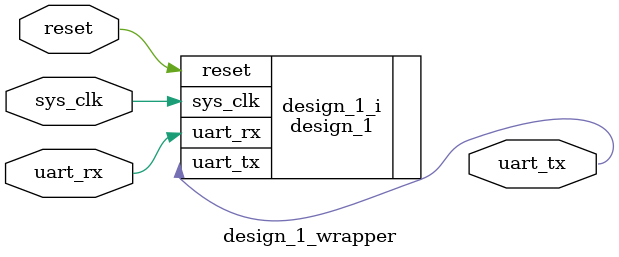
<source format=v>
`timescale 1 ps / 1 ps

module design_1_wrapper
   (reset,
    sys_clk,
    uart_rx,
    uart_tx);
  input reset;
  input sys_clk;
  input uart_rx;
  output uart_tx;

  wire reset;
  wire sys_clk;
  wire uart_rx;
  wire uart_tx;

  design_1 design_1_i
       (.reset(reset),
        .sys_clk(sys_clk),
        .uart_rx(uart_rx),
        .uart_tx(uart_tx));
endmodule

</source>
